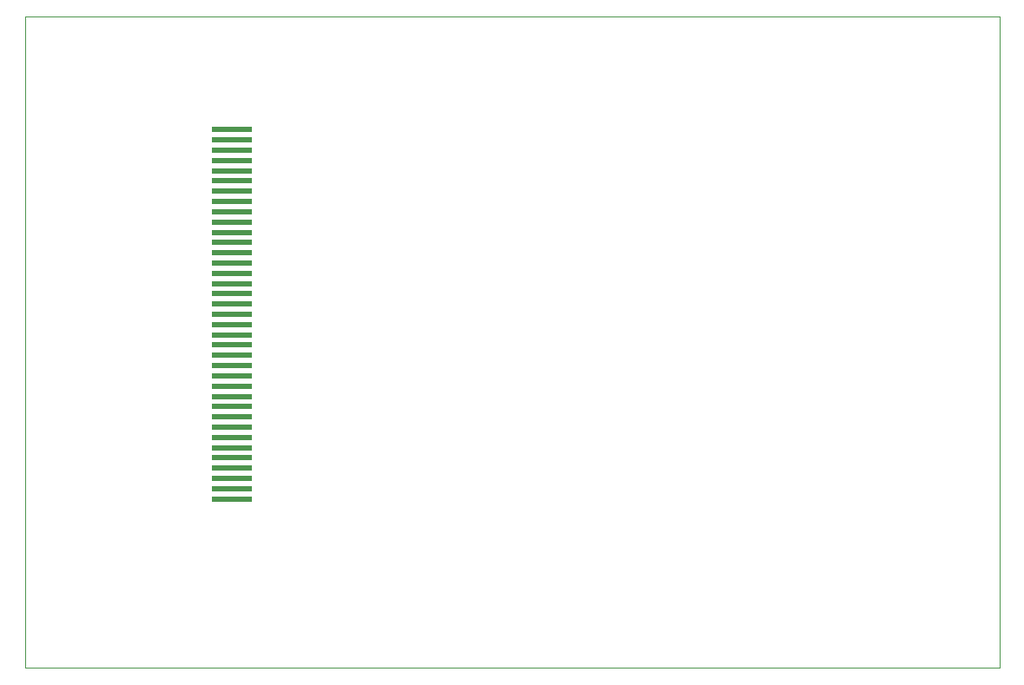
<source format=gbr>
G04 #@! TF.GenerationSoftware,KiCad,Pcbnew,(5.1.5)-3*
G04 #@! TF.CreationDate,2020-05-28T15:20:15-05:00*
G04 #@! TF.ProjectId,37P_TFT_Breakout,3337505f-5446-4545-9f42-7265616b6f75,rev?*
G04 #@! TF.SameCoordinates,Original*
G04 #@! TF.FileFunction,Paste,Top*
G04 #@! TF.FilePolarity,Positive*
%FSLAX46Y46*%
G04 Gerber Fmt 4.6, Leading zero omitted, Abs format (unit mm)*
G04 Created by KiCad (PCBNEW (5.1.5)-3) date 2020-05-28 15:20:15*
%MOMM*%
%LPD*%
G04 APERTURE LIST*
G04 #@! TA.AperFunction,Profile*
%ADD10C,0.120000*%
G04 #@! TD*
%ADD11R,4.000000X0.600000*%
G04 APERTURE END LIST*
D10*
X197500000Y-70000000D02*
X197500000Y-133500000D01*
X102500000Y-70000000D02*
X197500000Y-70000000D01*
X102500000Y-133500000D02*
X102500000Y-70000000D01*
X102500000Y-133500000D02*
X197500000Y-133500000D01*
D11*
G04 #@! TO.C,DS1*
X122650000Y-117000000D03*
X122650000Y-116000000D03*
X122650000Y-115000000D03*
X122650000Y-114000000D03*
X122650000Y-113000000D03*
X122650000Y-112000000D03*
X122650000Y-111000000D03*
X122650000Y-110000000D03*
X122650000Y-109000000D03*
X122650000Y-108000000D03*
X122650000Y-107000000D03*
X122650000Y-106000000D03*
X122650000Y-105000000D03*
X122650000Y-104000000D03*
X122650000Y-103000000D03*
X122650000Y-102000000D03*
X122650000Y-101000000D03*
X122650000Y-100000000D03*
X122650000Y-99000000D03*
X122650000Y-98000000D03*
X122650000Y-97000000D03*
X122650000Y-96000000D03*
X122650000Y-95000000D03*
X122650000Y-94000000D03*
X122650000Y-93000000D03*
X122650000Y-92000000D03*
X122650000Y-91000000D03*
X122650000Y-90000000D03*
X122650000Y-89000000D03*
X122650000Y-88000000D03*
X122650000Y-87000000D03*
X122650000Y-86000000D03*
X122650000Y-85000000D03*
X122650000Y-84000000D03*
X122650000Y-83000000D03*
X122650000Y-82000000D03*
X122650000Y-81000000D03*
G04 #@! TD*
M02*

</source>
